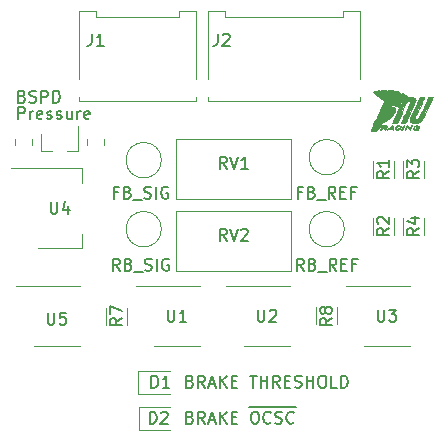
<source format=gbr>
G04 #@! TF.GenerationSoftware,KiCad,Pcbnew,(5.1.6)-1*
G04 #@! TF.CreationDate,2021-06-24T15:17:58+10:00*
G04 #@! TF.ProjectId,BSPD,42535044-2e6b-4696-9361-645f70636258,rev?*
G04 #@! TF.SameCoordinates,Original*
G04 #@! TF.FileFunction,Legend,Top*
G04 #@! TF.FilePolarity,Positive*
%FSLAX46Y46*%
G04 Gerber Fmt 4.6, Leading zero omitted, Abs format (unit mm)*
G04 Created by KiCad (PCBNEW (5.1.6)-1) date 2021-06-24 15:17:58*
%MOMM*%
%LPD*%
G01*
G04 APERTURE LIST*
%ADD10C,0.150000*%
%ADD11C,0.010000*%
%ADD12C,0.120000*%
G04 APERTURE END LIST*
D10*
X77010000Y-82875380D02*
X77010000Y-81875380D01*
X77390952Y-81875380D01*
X77486190Y-81923000D01*
X77533809Y-81970619D01*
X77581428Y-82065857D01*
X77581428Y-82208714D01*
X77533809Y-82303952D01*
X77486190Y-82351571D01*
X77390952Y-82399190D01*
X77010000Y-82399190D01*
X78010000Y-82875380D02*
X78010000Y-82208714D01*
X78010000Y-82399190D02*
X78057619Y-82303952D01*
X78105238Y-82256333D01*
X78200476Y-82208714D01*
X78295714Y-82208714D01*
X79010000Y-82827761D02*
X78914761Y-82875380D01*
X78724285Y-82875380D01*
X78629047Y-82827761D01*
X78581428Y-82732523D01*
X78581428Y-82351571D01*
X78629047Y-82256333D01*
X78724285Y-82208714D01*
X78914761Y-82208714D01*
X79010000Y-82256333D01*
X79057619Y-82351571D01*
X79057619Y-82446809D01*
X78581428Y-82542047D01*
X79438571Y-82827761D02*
X79533809Y-82875380D01*
X79724285Y-82875380D01*
X79819523Y-82827761D01*
X79867142Y-82732523D01*
X79867142Y-82684904D01*
X79819523Y-82589666D01*
X79724285Y-82542047D01*
X79581428Y-82542047D01*
X79486190Y-82494428D01*
X79438571Y-82399190D01*
X79438571Y-82351571D01*
X79486190Y-82256333D01*
X79581428Y-82208714D01*
X79724285Y-82208714D01*
X79819523Y-82256333D01*
X80248095Y-82827761D02*
X80343333Y-82875380D01*
X80533809Y-82875380D01*
X80629047Y-82827761D01*
X80676666Y-82732523D01*
X80676666Y-82684904D01*
X80629047Y-82589666D01*
X80533809Y-82542047D01*
X80390952Y-82542047D01*
X80295714Y-82494428D01*
X80248095Y-82399190D01*
X80248095Y-82351571D01*
X80295714Y-82256333D01*
X80390952Y-82208714D01*
X80533809Y-82208714D01*
X80629047Y-82256333D01*
X81533809Y-82208714D02*
X81533809Y-82875380D01*
X81105238Y-82208714D02*
X81105238Y-82732523D01*
X81152857Y-82827761D01*
X81248095Y-82875380D01*
X81390952Y-82875380D01*
X81486190Y-82827761D01*
X81533809Y-82780142D01*
X82010000Y-82875380D02*
X82010000Y-82208714D01*
X82010000Y-82399190D02*
X82057619Y-82303952D01*
X82105238Y-82256333D01*
X82200476Y-82208714D01*
X82295714Y-82208714D01*
X83010000Y-82827761D02*
X82914761Y-82875380D01*
X82724285Y-82875380D01*
X82629047Y-82827761D01*
X82581428Y-82732523D01*
X82581428Y-82351571D01*
X82629047Y-82256333D01*
X82724285Y-82208714D01*
X82914761Y-82208714D01*
X83010000Y-82256333D01*
X83057619Y-82351571D01*
X83057619Y-82446809D01*
X82581428Y-82542047D01*
X77335238Y-80954571D02*
X77478095Y-81002190D01*
X77525714Y-81049809D01*
X77573333Y-81145047D01*
X77573333Y-81287904D01*
X77525714Y-81383142D01*
X77478095Y-81430761D01*
X77382857Y-81478380D01*
X77001904Y-81478380D01*
X77001904Y-80478380D01*
X77335238Y-80478380D01*
X77430476Y-80526000D01*
X77478095Y-80573619D01*
X77525714Y-80668857D01*
X77525714Y-80764095D01*
X77478095Y-80859333D01*
X77430476Y-80906952D01*
X77335238Y-80954571D01*
X77001904Y-80954571D01*
X77954285Y-81430761D02*
X78097142Y-81478380D01*
X78335238Y-81478380D01*
X78430476Y-81430761D01*
X78478095Y-81383142D01*
X78525714Y-81287904D01*
X78525714Y-81192666D01*
X78478095Y-81097428D01*
X78430476Y-81049809D01*
X78335238Y-81002190D01*
X78144761Y-80954571D01*
X78049523Y-80906952D01*
X78001904Y-80859333D01*
X77954285Y-80764095D01*
X77954285Y-80668857D01*
X78001904Y-80573619D01*
X78049523Y-80526000D01*
X78144761Y-80478380D01*
X78382857Y-80478380D01*
X78525714Y-80526000D01*
X78954285Y-81478380D02*
X78954285Y-80478380D01*
X79335238Y-80478380D01*
X79430476Y-80526000D01*
X79478095Y-80573619D01*
X79525714Y-80668857D01*
X79525714Y-80811714D01*
X79478095Y-80906952D01*
X79430476Y-80954571D01*
X79335238Y-81002190D01*
X78954285Y-81002190D01*
X79954285Y-81478380D02*
X79954285Y-80478380D01*
X80192380Y-80478380D01*
X80335238Y-80526000D01*
X80430476Y-80621238D01*
X80478095Y-80716476D01*
X80525714Y-80906952D01*
X80525714Y-81049809D01*
X80478095Y-81240285D01*
X80430476Y-81335523D01*
X80335238Y-81430761D01*
X80192380Y-81478380D01*
X79954285Y-81478380D01*
D11*
G36*
X112070985Y-81003081D02*
G01*
X112110978Y-81012360D01*
X112115600Y-81018393D01*
X112105218Y-81044538D01*
X112075576Y-81111763D01*
X112028932Y-81215128D01*
X111967543Y-81349695D01*
X111893665Y-81510524D01*
X111809555Y-81692676D01*
X111717470Y-81891212D01*
X111677450Y-81977243D01*
X111557705Y-82233466D01*
X111456178Y-82447552D01*
X111370177Y-82623661D01*
X111297011Y-82765954D01*
X111233988Y-82878591D01*
X111178415Y-82965732D01*
X111127603Y-83031538D01*
X111078858Y-83080168D01*
X111029490Y-83115784D01*
X110976806Y-83142544D01*
X110918115Y-83164611D01*
X110906807Y-83168372D01*
X110764318Y-83203578D01*
X110612588Y-83222087D01*
X110473252Y-83221949D01*
X110409636Y-83213196D01*
X110281992Y-83168884D01*
X110194461Y-83099912D01*
X110149880Y-83010024D01*
X110151087Y-82902967D01*
X110157083Y-82879791D01*
X110173639Y-82837135D01*
X110209326Y-82754166D01*
X110261598Y-82636513D01*
X110327908Y-82489805D01*
X110405708Y-82319672D01*
X110492452Y-82131742D01*
X110585594Y-81931646D01*
X110599510Y-81901891D01*
X111015342Y-81013300D01*
X111197171Y-81005837D01*
X111301977Y-81004724D01*
X111361097Y-81012356D01*
X111379000Y-81028552D01*
X111368577Y-81057562D01*
X111338857Y-81127395D01*
X111292167Y-81232903D01*
X111230828Y-81368941D01*
X111157167Y-81530361D01*
X111073508Y-81712017D01*
X110982174Y-81908761D01*
X110959900Y-81956520D01*
X110867260Y-82155291D01*
X110781721Y-82339446D01*
X110705594Y-82503962D01*
X110641191Y-82643813D01*
X110590825Y-82753975D01*
X110556808Y-82829423D01*
X110541452Y-82865133D01*
X110540800Y-82867254D01*
X110563655Y-82874651D01*
X110622072Y-82879337D01*
X110667399Y-82880200D01*
X110756079Y-82873983D01*
X110818728Y-82849793D01*
X110867787Y-82810350D01*
X110903176Y-82762439D01*
X110957771Y-82667540D01*
X111031553Y-82525687D01*
X111124507Y-82336914D01*
X111236613Y-82101255D01*
X111329304Y-81902300D01*
X111418916Y-81709148D01*
X111502555Y-81529965D01*
X111577668Y-81370138D01*
X111641700Y-81235057D01*
X111692098Y-81130108D01*
X111726308Y-81060681D01*
X111741627Y-81032350D01*
X111774543Y-81018281D01*
X111838999Y-81007757D01*
X111919933Y-81001342D01*
X112002282Y-80999595D01*
X112070985Y-81003081D01*
G37*
X112070985Y-81003081D02*
X112110978Y-81012360D01*
X112115600Y-81018393D01*
X112105218Y-81044538D01*
X112075576Y-81111763D01*
X112028932Y-81215128D01*
X111967543Y-81349695D01*
X111893665Y-81510524D01*
X111809555Y-81692676D01*
X111717470Y-81891212D01*
X111677450Y-81977243D01*
X111557705Y-82233466D01*
X111456178Y-82447552D01*
X111370177Y-82623661D01*
X111297011Y-82765954D01*
X111233988Y-82878591D01*
X111178415Y-82965732D01*
X111127603Y-83031538D01*
X111078858Y-83080168D01*
X111029490Y-83115784D01*
X110976806Y-83142544D01*
X110918115Y-83164611D01*
X110906807Y-83168372D01*
X110764318Y-83203578D01*
X110612588Y-83222087D01*
X110473252Y-83221949D01*
X110409636Y-83213196D01*
X110281992Y-83168884D01*
X110194461Y-83099912D01*
X110149880Y-83010024D01*
X110151087Y-82902967D01*
X110157083Y-82879791D01*
X110173639Y-82837135D01*
X110209326Y-82754166D01*
X110261598Y-82636513D01*
X110327908Y-82489805D01*
X110405708Y-82319672D01*
X110492452Y-82131742D01*
X110585594Y-81931646D01*
X110599510Y-81901891D01*
X111015342Y-81013300D01*
X111197171Y-81005837D01*
X111301977Y-81004724D01*
X111361097Y-81012356D01*
X111379000Y-81028552D01*
X111368577Y-81057562D01*
X111338857Y-81127395D01*
X111292167Y-81232903D01*
X111230828Y-81368941D01*
X111157167Y-81530361D01*
X111073508Y-81712017D01*
X110982174Y-81908761D01*
X110959900Y-81956520D01*
X110867260Y-82155291D01*
X110781721Y-82339446D01*
X110705594Y-82503962D01*
X110641191Y-82643813D01*
X110590825Y-82753975D01*
X110556808Y-82829423D01*
X110541452Y-82865133D01*
X110540800Y-82867254D01*
X110563655Y-82874651D01*
X110622072Y-82879337D01*
X110667399Y-82880200D01*
X110756079Y-82873983D01*
X110818728Y-82849793D01*
X110867787Y-82810350D01*
X110903176Y-82762439D01*
X110957771Y-82667540D01*
X111031553Y-82525687D01*
X111124507Y-82336914D01*
X111236613Y-82101255D01*
X111329304Y-81902300D01*
X111418916Y-81709148D01*
X111502555Y-81529965D01*
X111577668Y-81370138D01*
X111641700Y-81235057D01*
X111692098Y-81130108D01*
X111726308Y-81060681D01*
X111741627Y-81032350D01*
X111774543Y-81018281D01*
X111838999Y-81007757D01*
X111919933Y-81001342D01*
X112002282Y-80999595D01*
X112070985Y-81003081D01*
G36*
X110378596Y-81025760D02*
G01*
X110503569Y-81061414D01*
X110587600Y-81123148D01*
X110632769Y-81212319D01*
X110642400Y-81296003D01*
X110632035Y-81329517D01*
X110602797Y-81402878D01*
X110557470Y-81509980D01*
X110498838Y-81644717D01*
X110429685Y-81800985D01*
X110352794Y-81972676D01*
X110270950Y-82153687D01*
X110186937Y-82337911D01*
X110103538Y-82519242D01*
X110023538Y-82691575D01*
X109949721Y-82848805D01*
X109884870Y-82984826D01*
X109831769Y-83093532D01*
X109793203Y-83168818D01*
X109772386Y-83204050D01*
X109739004Y-83218345D01*
X109674299Y-83228864D01*
X109593291Y-83235095D01*
X109511002Y-83236531D01*
X109442450Y-83232660D01*
X109402658Y-83222973D01*
X109398129Y-83216750D01*
X109408615Y-83190294D01*
X109438390Y-83122871D01*
X109485155Y-83019499D01*
X109546611Y-82885195D01*
X109620459Y-82724978D01*
X109704400Y-82543864D01*
X109796136Y-82346872D01*
X109825827Y-82283300D01*
X110253195Y-81368900D01*
X110125648Y-81361061D01*
X110025581Y-81363251D01*
X109954857Y-81387153D01*
X109935327Y-81400091D01*
X109905728Y-81437118D01*
X109858011Y-81517781D01*
X109791864Y-81642695D01*
X109706971Y-81812476D01*
X109603020Y-82027738D01*
X109479696Y-82289097D01*
X109458240Y-82335030D01*
X109043929Y-83223100D01*
X108850076Y-83230563D01*
X108756506Y-83231421D01*
X108691394Y-83226543D01*
X108664973Y-83216803D01*
X108665062Y-83214737D01*
X108677417Y-83187392D01*
X108709018Y-83119008D01*
X108757551Y-83014548D01*
X108820704Y-82878972D01*
X108896167Y-82717242D01*
X108981625Y-82534319D01*
X109074769Y-82335164D01*
X109116566Y-82245861D01*
X109251812Y-81959344D01*
X109367538Y-81719291D01*
X109463707Y-81525771D01*
X109540284Y-81378856D01*
X109597232Y-81278615D01*
X109634516Y-81225121D01*
X109637112Y-81222395D01*
X109780207Y-81114214D01*
X109954007Y-81045565D01*
X110159470Y-81016100D01*
X110210600Y-81014833D01*
X110378596Y-81025760D01*
G37*
X110378596Y-81025760D02*
X110503569Y-81061414D01*
X110587600Y-81123148D01*
X110632769Y-81212319D01*
X110642400Y-81296003D01*
X110632035Y-81329517D01*
X110602797Y-81402878D01*
X110557470Y-81509980D01*
X110498838Y-81644717D01*
X110429685Y-81800985D01*
X110352794Y-81972676D01*
X110270950Y-82153687D01*
X110186937Y-82337911D01*
X110103538Y-82519242D01*
X110023538Y-82691575D01*
X109949721Y-82848805D01*
X109884870Y-82984826D01*
X109831769Y-83093532D01*
X109793203Y-83168818D01*
X109772386Y-83204050D01*
X109739004Y-83218345D01*
X109674299Y-83228864D01*
X109593291Y-83235095D01*
X109511002Y-83236531D01*
X109442450Y-83232660D01*
X109402658Y-83222973D01*
X109398129Y-83216750D01*
X109408615Y-83190294D01*
X109438390Y-83122871D01*
X109485155Y-83019499D01*
X109546611Y-82885195D01*
X109620459Y-82724978D01*
X109704400Y-82543864D01*
X109796136Y-82346872D01*
X109825827Y-82283300D01*
X110253195Y-81368900D01*
X110125648Y-81361061D01*
X110025581Y-81363251D01*
X109954857Y-81387153D01*
X109935327Y-81400091D01*
X109905728Y-81437118D01*
X109858011Y-81517781D01*
X109791864Y-81642695D01*
X109706971Y-81812476D01*
X109603020Y-82027738D01*
X109479696Y-82289097D01*
X109458240Y-82335030D01*
X109043929Y-83223100D01*
X108850076Y-83230563D01*
X108756506Y-83231421D01*
X108691394Y-83226543D01*
X108664973Y-83216803D01*
X108665062Y-83214737D01*
X108677417Y-83187392D01*
X108709018Y-83119008D01*
X108757551Y-83014548D01*
X108820704Y-82878972D01*
X108896167Y-82717242D01*
X108981625Y-82534319D01*
X109074769Y-82335164D01*
X109116566Y-82245861D01*
X109251812Y-81959344D01*
X109367538Y-81719291D01*
X109463707Y-81525771D01*
X109540284Y-81378856D01*
X109597232Y-81278615D01*
X109634516Y-81225121D01*
X109637112Y-81222395D01*
X109780207Y-81114214D01*
X109954007Y-81045565D01*
X110159470Y-81016100D01*
X110210600Y-81014833D01*
X110378596Y-81025760D01*
G36*
X110775875Y-83418845D02*
G01*
X110875077Y-83425178D01*
X110933553Y-83435922D01*
X110961341Y-83453678D01*
X110967399Y-83468445D01*
X110966051Y-83489037D01*
X110945849Y-83500126D01*
X110897312Y-83503066D01*
X110810958Y-83499214D01*
X110770818Y-83496565D01*
X110676227Y-83491590D01*
X110604806Y-83490705D01*
X110568475Y-83493956D01*
X110566200Y-83495768D01*
X110557283Y-83525555D01*
X110535132Y-83583106D01*
X110527759Y-83600998D01*
X110489318Y-83693000D01*
X110642059Y-83693000D01*
X110730662Y-83690085D01*
X110778282Y-83679751D01*
X110794482Y-83659611D01*
X110794800Y-83654900D01*
X110772719Y-83624257D01*
X110731300Y-83616800D01*
X110683565Y-83608105D01*
X110667800Y-83591400D01*
X110690644Y-83576910D01*
X110749052Y-83567714D01*
X110794800Y-83566000D01*
X110867237Y-83569427D01*
X110913176Y-83578190D01*
X110921705Y-83585050D01*
X110909510Y-83617320D01*
X110879481Y-83672943D01*
X110871278Y-83686650D01*
X110820946Y-83769200D01*
X110604673Y-83769200D01*
X110494314Y-83767242D01*
X110426828Y-83760529D01*
X110394410Y-83747803D01*
X110388400Y-83734328D01*
X110401293Y-83674867D01*
X110433634Y-83596934D01*
X110475909Y-83518836D01*
X110518608Y-83458881D01*
X110542233Y-83438232D01*
X110591923Y-83425836D01*
X110674640Y-83418845D01*
X110772767Y-83418723D01*
X110775875Y-83418845D01*
G37*
X110775875Y-83418845D02*
X110875077Y-83425178D01*
X110933553Y-83435922D01*
X110961341Y-83453678D01*
X110967399Y-83468445D01*
X110966051Y-83489037D01*
X110945849Y-83500126D01*
X110897312Y-83503066D01*
X110810958Y-83499214D01*
X110770818Y-83496565D01*
X110676227Y-83491590D01*
X110604806Y-83490705D01*
X110568475Y-83493956D01*
X110566200Y-83495768D01*
X110557283Y-83525555D01*
X110535132Y-83583106D01*
X110527759Y-83600998D01*
X110489318Y-83693000D01*
X110642059Y-83693000D01*
X110730662Y-83690085D01*
X110778282Y-83679751D01*
X110794482Y-83659611D01*
X110794800Y-83654900D01*
X110772719Y-83624257D01*
X110731300Y-83616800D01*
X110683565Y-83608105D01*
X110667800Y-83591400D01*
X110690644Y-83576910D01*
X110749052Y-83567714D01*
X110794800Y-83566000D01*
X110867237Y-83569427D01*
X110913176Y-83578190D01*
X110921705Y-83585050D01*
X110909510Y-83617320D01*
X110879481Y-83672943D01*
X110871278Y-83686650D01*
X110820946Y-83769200D01*
X110604673Y-83769200D01*
X110494314Y-83767242D01*
X110426828Y-83760529D01*
X110394410Y-83747803D01*
X110388400Y-83734328D01*
X110401293Y-83674867D01*
X110433634Y-83596934D01*
X110475909Y-83518836D01*
X110518608Y-83458881D01*
X110542233Y-83438232D01*
X110591923Y-83425836D01*
X110674640Y-83418845D01*
X110772767Y-83418723D01*
X110775875Y-83418845D01*
G36*
X110337515Y-83435824D02*
G01*
X110337600Y-83439724D01*
X110325668Y-83484904D01*
X110295201Y-83552573D01*
X110254189Y-83628778D01*
X110210622Y-83699567D01*
X110172493Y-83750988D01*
X110148893Y-83769200D01*
X110114264Y-83751294D01*
X110060442Y-83704802D01*
X110010465Y-83652354D01*
X109907613Y-83535508D01*
X109850845Y-83652354D01*
X109810834Y-83719345D01*
X109771533Y-83761412D01*
X109741192Y-83772459D01*
X109728061Y-83746396D01*
X109728000Y-83743075D01*
X109738805Y-83706099D01*
X109766344Y-83643170D01*
X109803300Y-83568391D01*
X109842356Y-83495863D01*
X109876196Y-83439688D01*
X109897502Y-83413971D01*
X109898943Y-83413600D01*
X109924797Y-83430141D01*
X109975159Y-83473428D01*
X110036727Y-83531768D01*
X110156700Y-83649937D01*
X110214111Y-83531768D01*
X110254312Y-83464253D01*
X110293714Y-83421706D01*
X110324166Y-83410204D01*
X110337515Y-83435824D01*
G37*
X110337515Y-83435824D02*
X110337600Y-83439724D01*
X110325668Y-83484904D01*
X110295201Y-83552573D01*
X110254189Y-83628778D01*
X110210622Y-83699567D01*
X110172493Y-83750988D01*
X110148893Y-83769200D01*
X110114264Y-83751294D01*
X110060442Y-83704802D01*
X110010465Y-83652354D01*
X109907613Y-83535508D01*
X109850845Y-83652354D01*
X109810834Y-83719345D01*
X109771533Y-83761412D01*
X109741192Y-83772459D01*
X109728061Y-83746396D01*
X109728000Y-83743075D01*
X109738805Y-83706099D01*
X109766344Y-83643170D01*
X109803300Y-83568391D01*
X109842356Y-83495863D01*
X109876196Y-83439688D01*
X109897502Y-83413971D01*
X109898943Y-83413600D01*
X109924797Y-83430141D01*
X109975159Y-83473428D01*
X110036727Y-83531768D01*
X110156700Y-83649937D01*
X110214111Y-83531768D01*
X110254312Y-83464253D01*
X110293714Y-83421706D01*
X110324166Y-83410204D01*
X110337515Y-83435824D01*
G36*
X109679460Y-83418003D02*
G01*
X109684040Y-83438038D01*
X109669236Y-83483940D01*
X109636438Y-83559650D01*
X109599898Y-83641493D01*
X109571009Y-83706913D01*
X109557841Y-83737450D01*
X109531463Y-83758719D01*
X109489054Y-83769887D01*
X109454971Y-83766598D01*
X109448600Y-83756980D01*
X109459035Y-83729860D01*
X109486547Y-83669719D01*
X109525445Y-83588949D01*
X109530251Y-83579180D01*
X109587547Y-83476341D01*
X109633916Y-83422543D01*
X109656931Y-83413600D01*
X109679460Y-83418003D01*
G37*
X109679460Y-83418003D02*
X109684040Y-83438038D01*
X109669236Y-83483940D01*
X109636438Y-83559650D01*
X109599898Y-83641493D01*
X109571009Y-83706913D01*
X109557841Y-83737450D01*
X109531463Y-83758719D01*
X109489054Y-83769887D01*
X109454971Y-83766598D01*
X109448600Y-83756980D01*
X109459035Y-83729860D01*
X109486547Y-83669719D01*
X109525445Y-83588949D01*
X109530251Y-83579180D01*
X109587547Y-83476341D01*
X109633916Y-83422543D01*
X109656931Y-83413600D01*
X109679460Y-83418003D01*
G36*
X109259158Y-83418524D02*
G01*
X109344264Y-83425024D01*
X109390094Y-83436338D01*
X109408172Y-83456928D01*
X109410500Y-83477100D01*
X109390035Y-83522128D01*
X109350530Y-83536386D01*
X109308843Y-83534511D01*
X109307579Y-83517336D01*
X109296897Y-83499244D01*
X109236518Y-83490613D01*
X109196751Y-83489800D01*
X109118274Y-83492888D01*
X109072904Y-83507424D01*
X109043068Y-83541309D01*
X109030152Y-83564738D01*
X109003312Y-83624114D01*
X108991432Y-83665186D01*
X108991400Y-83666338D01*
X109013199Y-83684783D01*
X109066900Y-83692285D01*
X109134960Y-83689549D01*
X109199834Y-83677281D01*
X109243977Y-83656187D01*
X109243980Y-83656184D01*
X109292742Y-83630520D01*
X109322664Y-83644288D01*
X109321695Y-83686577D01*
X109307068Y-83713307D01*
X109280428Y-83742612D01*
X109242951Y-83759523D01*
X109181419Y-83767299D01*
X109082614Y-83769199D01*
X109080358Y-83769200D01*
X108987641Y-83766337D01*
X108916326Y-83758785D01*
X108880194Y-83748091D01*
X108878788Y-83746532D01*
X108880921Y-83712988D01*
X108900621Y-83648745D01*
X108927488Y-83582066D01*
X108967830Y-83500868D01*
X109010044Y-83450098D01*
X109066535Y-83423640D01*
X109149706Y-83415378D01*
X109259158Y-83418524D01*
G37*
X109259158Y-83418524D02*
X109344264Y-83425024D01*
X109390094Y-83436338D01*
X109408172Y-83456928D01*
X109410500Y-83477100D01*
X109390035Y-83522128D01*
X109350530Y-83536386D01*
X109308843Y-83534511D01*
X109307579Y-83517336D01*
X109296897Y-83499244D01*
X109236518Y-83490613D01*
X109196751Y-83489800D01*
X109118274Y-83492888D01*
X109072904Y-83507424D01*
X109043068Y-83541309D01*
X109030152Y-83564738D01*
X109003312Y-83624114D01*
X108991432Y-83665186D01*
X108991400Y-83666338D01*
X109013199Y-83684783D01*
X109066900Y-83692285D01*
X109134960Y-83689549D01*
X109199834Y-83677281D01*
X109243977Y-83656187D01*
X109243980Y-83656184D01*
X109292742Y-83630520D01*
X109322664Y-83644288D01*
X109321695Y-83686577D01*
X109307068Y-83713307D01*
X109280428Y-83742612D01*
X109242951Y-83759523D01*
X109181419Y-83767299D01*
X109082614Y-83769199D01*
X109080358Y-83769200D01*
X108987641Y-83766337D01*
X108916326Y-83758785D01*
X108880194Y-83748091D01*
X108878788Y-83746532D01*
X108880921Y-83712988D01*
X108900621Y-83648745D01*
X108927488Y-83582066D01*
X108967830Y-83500868D01*
X109010044Y-83450098D01*
X109066535Y-83423640D01*
X109149706Y-83415378D01*
X109259158Y-83418524D01*
G36*
X108672179Y-83432835D02*
G01*
X108697510Y-83494088D01*
X108713182Y-83558998D01*
X108731687Y-83643647D01*
X108747889Y-83710108D01*
X108755801Y-83736798D01*
X108746302Y-83763101D01*
X108713920Y-83769200D01*
X108663925Y-83753426D01*
X108644985Y-83731100D01*
X108616284Y-83706152D01*
X108549742Y-83694483D01*
X108496492Y-83693000D01*
X108393124Y-83701645D01*
X108334693Y-83727135D01*
X108331000Y-83731100D01*
X108280777Y-83762313D01*
X108245339Y-83768286D01*
X108212091Y-83765201D01*
X108213753Y-83750991D01*
X108252519Y-83715689D01*
X108257904Y-83711136D01*
X108311421Y-83665527D01*
X108368143Y-83616800D01*
X108474544Y-83616800D01*
X108542472Y-83616800D01*
X108593013Y-83607832D01*
X108609713Y-83571446D01*
X108610400Y-83553300D01*
X108607559Y-83505504D01*
X108602127Y-83489800D01*
X108581076Y-83506302D01*
X108540452Y-83546692D01*
X108534200Y-83553300D01*
X108474544Y-83616800D01*
X108368143Y-83616800D01*
X108386631Y-83600919D01*
X108463842Y-83534250D01*
X108537767Y-83474760D01*
X108601282Y-83431665D01*
X108641419Y-83413691D01*
X108643087Y-83413600D01*
X108672179Y-83432835D01*
G37*
X108672179Y-83432835D02*
X108697510Y-83494088D01*
X108713182Y-83558998D01*
X108731687Y-83643647D01*
X108747889Y-83710108D01*
X108755801Y-83736798D01*
X108746302Y-83763101D01*
X108713920Y-83769200D01*
X108663925Y-83753426D01*
X108644985Y-83731100D01*
X108616284Y-83706152D01*
X108549742Y-83694483D01*
X108496492Y-83693000D01*
X108393124Y-83701645D01*
X108334693Y-83727135D01*
X108331000Y-83731100D01*
X108280777Y-83762313D01*
X108245339Y-83768286D01*
X108212091Y-83765201D01*
X108213753Y-83750991D01*
X108252519Y-83715689D01*
X108257904Y-83711136D01*
X108311421Y-83665527D01*
X108368143Y-83616800D01*
X108474544Y-83616800D01*
X108542472Y-83616800D01*
X108593013Y-83607832D01*
X108609713Y-83571446D01*
X108610400Y-83553300D01*
X108607559Y-83505504D01*
X108602127Y-83489800D01*
X108581076Y-83506302D01*
X108540452Y-83546692D01*
X108534200Y-83553300D01*
X108474544Y-83616800D01*
X108368143Y-83616800D01*
X108386631Y-83600919D01*
X108463842Y-83534250D01*
X108537767Y-83474760D01*
X108601282Y-83431665D01*
X108641419Y-83413691D01*
X108643087Y-83413600D01*
X108672179Y-83432835D01*
G36*
X108107155Y-83417000D02*
G01*
X108179682Y-83426026D01*
X108216357Y-83438917D01*
X108217592Y-83440443D01*
X108227017Y-83498488D01*
X108200848Y-83562729D01*
X108148061Y-83614988D01*
X108125536Y-83626843D01*
X108076298Y-83651341D01*
X108068924Y-83671559D01*
X108088321Y-83691855D01*
X108124327Y-83734685D01*
X108112708Y-83761396D01*
X108064885Y-83769200D01*
X107997772Y-83745615D01*
X107960364Y-83705700D01*
X107915162Y-83659744D01*
X107870334Y-83642200D01*
X107824235Y-83663525D01*
X107792978Y-83705700D01*
X107756064Y-83752787D01*
X107717322Y-83769200D01*
X107678236Y-83765031D01*
X107670600Y-83760013D01*
X107680315Y-83734118D01*
X107705940Y-83674336D01*
X107742194Y-83592946D01*
X107747052Y-83582213D01*
X107760727Y-83552053D01*
X107862928Y-83552053D01*
X107889166Y-83562198D01*
X107952842Y-83562396D01*
X107980045Y-83560967D01*
X108061020Y-83550504D01*
X108111777Y-83532365D01*
X108121570Y-83521550D01*
X108108149Y-83500333D01*
X108061256Y-83489263D01*
X107997092Y-83487859D01*
X107931859Y-83495636D01*
X107881761Y-83512113D01*
X107864109Y-83529217D01*
X107862928Y-83552053D01*
X107760727Y-83552053D01*
X107823505Y-83413600D01*
X108012253Y-83413600D01*
X108107155Y-83417000D01*
G37*
X108107155Y-83417000D02*
X108179682Y-83426026D01*
X108216357Y-83438917D01*
X108217592Y-83440443D01*
X108227017Y-83498488D01*
X108200848Y-83562729D01*
X108148061Y-83614988D01*
X108125536Y-83626843D01*
X108076298Y-83651341D01*
X108068924Y-83671559D01*
X108088321Y-83691855D01*
X108124327Y-83734685D01*
X108112708Y-83761396D01*
X108064885Y-83769200D01*
X107997772Y-83745615D01*
X107960364Y-83705700D01*
X107915162Y-83659744D01*
X107870334Y-83642200D01*
X107824235Y-83663525D01*
X107792978Y-83705700D01*
X107756064Y-83752787D01*
X107717322Y-83769200D01*
X107678236Y-83765031D01*
X107670600Y-83760013D01*
X107680315Y-83734118D01*
X107705940Y-83674336D01*
X107742194Y-83592946D01*
X107747052Y-83582213D01*
X107760727Y-83552053D01*
X107862928Y-83552053D01*
X107889166Y-83562198D01*
X107952842Y-83562396D01*
X107980045Y-83560967D01*
X108061020Y-83550504D01*
X108111777Y-83532365D01*
X108121570Y-83521550D01*
X108108149Y-83500333D01*
X108061256Y-83489263D01*
X107997092Y-83487859D01*
X107931859Y-83495636D01*
X107881761Y-83512113D01*
X107864109Y-83529217D01*
X107862928Y-83552053D01*
X107760727Y-83552053D01*
X107823505Y-83413600D01*
X108012253Y-83413600D01*
X108107155Y-83417000D01*
G36*
X107943679Y-80396393D02*
G01*
X108161501Y-80403700D01*
X108191438Y-80492600D01*
X108221374Y-80581500D01*
X108255889Y-80486249D01*
X108280576Y-80427684D01*
X108310279Y-80400194D01*
X108363129Y-80392448D01*
X108405952Y-80392463D01*
X108505251Y-80397724D01*
X108604300Y-80408876D01*
X108622358Y-80411824D01*
X108685713Y-80426950D01*
X108719250Y-80453489D01*
X108738207Y-80507549D01*
X108745400Y-80541899D01*
X108767584Y-80654078D01*
X108820984Y-80560639D01*
X108853329Y-80509642D01*
X108886153Y-80481477D01*
X108930902Y-80474817D01*
X108999021Y-80488337D01*
X109101957Y-80520713D01*
X109118400Y-80526206D01*
X109283500Y-80581500D01*
X109291476Y-80692855D01*
X109299453Y-80804211D01*
X109380846Y-80725323D01*
X109462238Y-80646434D01*
X109696719Y-80776907D01*
X109792994Y-80831906D01*
X109870110Y-80878680D01*
X109918835Y-80911457D01*
X109931200Y-80923487D01*
X109909753Y-80941400D01*
X109856281Y-80966316D01*
X109836040Y-80974004D01*
X109772513Y-81008907D01*
X109690545Y-81070259D01*
X109605334Y-81146444D01*
X109588390Y-81163301D01*
X109513470Y-81244500D01*
X109452719Y-81324882D01*
X109397100Y-81418686D01*
X109337574Y-81540150D01*
X109308900Y-81603590D01*
X109255563Y-81722080D01*
X109217958Y-81800111D01*
X109191739Y-81843887D01*
X109172565Y-81859615D01*
X109156092Y-81853500D01*
X109143800Y-81839491D01*
X109063313Y-81773945D01*
X108946256Y-81731883D01*
X108801730Y-81714542D01*
X108638836Y-81723162D01*
X108495086Y-81751209D01*
X108416195Y-81774371D01*
X108354751Y-81796970D01*
X108317956Y-81815227D01*
X108313010Y-81825364D01*
X108347116Y-81823603D01*
X108362199Y-81820935D01*
X108416694Y-81818651D01*
X108503317Y-81823497D01*
X108604058Y-81834423D01*
X108611775Y-81835471D01*
X108715399Y-81852425D01*
X108783904Y-81872588D01*
X108832878Y-81902221D01*
X108870749Y-81939482D01*
X108922482Y-82018766D01*
X108938178Y-82107034D01*
X108917670Y-82213151D01*
X108863147Y-82341282D01*
X108771824Y-82483697D01*
X108640266Y-82632145D01*
X108477080Y-82778696D01*
X108290875Y-82915419D01*
X108140468Y-83007200D01*
X107923275Y-83142722D01*
X107750707Y-83283492D01*
X107616594Y-83435522D01*
X107514765Y-83604827D01*
X107503954Y-83627602D01*
X107455101Y-83727461D01*
X107414808Y-83791497D01*
X107373810Y-83831454D01*
X107322841Y-83859081D01*
X107320592Y-83860042D01*
X107204287Y-83896156D01*
X107083187Y-83912096D01*
X106974707Y-83906857D01*
X106903872Y-83884132D01*
X106835645Y-83845478D01*
X106905716Y-83694183D01*
X107040768Y-83694183D01*
X107050398Y-83755813D01*
X107050618Y-83756693D01*
X107065359Y-83801717D01*
X107080232Y-83801872D01*
X107091960Y-83783761D01*
X107099053Y-83728308D01*
X107084786Y-83703756D01*
X107052579Y-83676292D01*
X107040768Y-83694183D01*
X106905716Y-83694183D01*
X106932715Y-83635889D01*
X106964018Y-83568538D01*
X107014101Y-83461081D01*
X107080207Y-83319419D01*
X107159579Y-83149455D01*
X107249460Y-82957090D01*
X107347095Y-82748226D01*
X107449726Y-82528766D01*
X107515609Y-82387931D01*
X107610089Y-82185508D01*
X107848400Y-82185508D01*
X107866107Y-82178884D01*
X107911526Y-82147685D01*
X107950000Y-82118200D01*
X108008175Y-82066689D01*
X108044769Y-82023826D01*
X108051253Y-82008115D01*
X108043286Y-81950179D01*
X108025522Y-81895581D01*
X108005312Y-81865448D01*
X108001157Y-81864200D01*
X107984265Y-81885218D01*
X107954729Y-81938576D01*
X107919463Y-82009731D01*
X107885382Y-82084140D01*
X107859399Y-82147258D01*
X107848430Y-82184542D01*
X107848400Y-82185508D01*
X107610089Y-82185508D01*
X107632441Y-82137620D01*
X107728930Y-81929322D01*
X107806676Y-81759236D01*
X107867278Y-81623558D01*
X107912334Y-81518484D01*
X107943444Y-81440212D01*
X107962206Y-81384939D01*
X107970220Y-81348862D01*
X107969084Y-81328176D01*
X107964129Y-81321131D01*
X107791476Y-81188583D01*
X107625811Y-81059598D01*
X107546967Y-80997329D01*
X108408624Y-80997329D01*
X108415286Y-81083382D01*
X108428817Y-81154084D01*
X108433310Y-81167569D01*
X108455490Y-81212353D01*
X108472121Y-81223545D01*
X108473249Y-81193383D01*
X108458710Y-81142169D01*
X108441236Y-81074736D01*
X108433671Y-81001181D01*
X108436188Y-80938109D01*
X108448963Y-80902125D01*
X108456150Y-80899000D01*
X108484989Y-80916879D01*
X108532034Y-80962392D01*
X108560382Y-80994250D01*
X108604221Y-81042933D01*
X108619280Y-81051128D01*
X108609844Y-81026000D01*
X108565993Y-80949172D01*
X108516328Y-80880087D01*
X108470149Y-80829915D01*
X108436755Y-80809825D01*
X108430944Y-80811123D01*
X108416344Y-80844794D01*
X108408941Y-80912331D01*
X108408624Y-80997329D01*
X107546967Y-80997329D01*
X107471675Y-80937866D01*
X107333610Y-80827081D01*
X107216155Y-80730933D01*
X107123854Y-80653113D01*
X107061247Y-80597314D01*
X107032876Y-80567227D01*
X107031942Y-80563375D01*
X107062430Y-80550132D01*
X107131124Y-80528819D01*
X107226724Y-80502763D01*
X107302644Y-80483714D01*
X107556300Y-80422176D01*
X107610614Y-80510350D01*
X107647812Y-80563885D01*
X107672532Y-80574458D01*
X107691486Y-80539465D01*
X107707941Y-80472593D01*
X107725856Y-80389087D01*
X107943679Y-80396393D01*
G37*
X107943679Y-80396393D02*
X108161501Y-80403700D01*
X108191438Y-80492600D01*
X108221374Y-80581500D01*
X108255889Y-80486249D01*
X108280576Y-80427684D01*
X108310279Y-80400194D01*
X108363129Y-80392448D01*
X108405952Y-80392463D01*
X108505251Y-80397724D01*
X108604300Y-80408876D01*
X108622358Y-80411824D01*
X108685713Y-80426950D01*
X108719250Y-80453489D01*
X108738207Y-80507549D01*
X108745400Y-80541899D01*
X108767584Y-80654078D01*
X108820984Y-80560639D01*
X108853329Y-80509642D01*
X108886153Y-80481477D01*
X108930902Y-80474817D01*
X108999021Y-80488337D01*
X109101957Y-80520713D01*
X109118400Y-80526206D01*
X109283500Y-80581500D01*
X109291476Y-80692855D01*
X109299453Y-80804211D01*
X109380846Y-80725323D01*
X109462238Y-80646434D01*
X109696719Y-80776907D01*
X109792994Y-80831906D01*
X109870110Y-80878680D01*
X109918835Y-80911457D01*
X109931200Y-80923487D01*
X109909753Y-80941400D01*
X109856281Y-80966316D01*
X109836040Y-80974004D01*
X109772513Y-81008907D01*
X109690545Y-81070259D01*
X109605334Y-81146444D01*
X109588390Y-81163301D01*
X109513470Y-81244500D01*
X109452719Y-81324882D01*
X109397100Y-81418686D01*
X109337574Y-81540150D01*
X109308900Y-81603590D01*
X109255563Y-81722080D01*
X109217958Y-81800111D01*
X109191739Y-81843887D01*
X109172565Y-81859615D01*
X109156092Y-81853500D01*
X109143800Y-81839491D01*
X109063313Y-81773945D01*
X108946256Y-81731883D01*
X108801730Y-81714542D01*
X108638836Y-81723162D01*
X108495086Y-81751209D01*
X108416195Y-81774371D01*
X108354751Y-81796970D01*
X108317956Y-81815227D01*
X108313010Y-81825364D01*
X108347116Y-81823603D01*
X108362199Y-81820935D01*
X108416694Y-81818651D01*
X108503317Y-81823497D01*
X108604058Y-81834423D01*
X108611775Y-81835471D01*
X108715399Y-81852425D01*
X108783904Y-81872588D01*
X108832878Y-81902221D01*
X108870749Y-81939482D01*
X108922482Y-82018766D01*
X108938178Y-82107034D01*
X108917670Y-82213151D01*
X108863147Y-82341282D01*
X108771824Y-82483697D01*
X108640266Y-82632145D01*
X108477080Y-82778696D01*
X108290875Y-82915419D01*
X108140468Y-83007200D01*
X107923275Y-83142722D01*
X107750707Y-83283492D01*
X107616594Y-83435522D01*
X107514765Y-83604827D01*
X107503954Y-83627602D01*
X107455101Y-83727461D01*
X107414808Y-83791497D01*
X107373810Y-83831454D01*
X107322841Y-83859081D01*
X107320592Y-83860042D01*
X107204287Y-83896156D01*
X107083187Y-83912096D01*
X106974707Y-83906857D01*
X106903872Y-83884132D01*
X106835645Y-83845478D01*
X106905716Y-83694183D01*
X107040768Y-83694183D01*
X107050398Y-83755813D01*
X107050618Y-83756693D01*
X107065359Y-83801717D01*
X107080232Y-83801872D01*
X107091960Y-83783761D01*
X107099053Y-83728308D01*
X107084786Y-83703756D01*
X107052579Y-83676292D01*
X107040768Y-83694183D01*
X106905716Y-83694183D01*
X106932715Y-83635889D01*
X106964018Y-83568538D01*
X107014101Y-83461081D01*
X107080207Y-83319419D01*
X107159579Y-83149455D01*
X107249460Y-82957090D01*
X107347095Y-82748226D01*
X107449726Y-82528766D01*
X107515609Y-82387931D01*
X107610089Y-82185508D01*
X107848400Y-82185508D01*
X107866107Y-82178884D01*
X107911526Y-82147685D01*
X107950000Y-82118200D01*
X108008175Y-82066689D01*
X108044769Y-82023826D01*
X108051253Y-82008115D01*
X108043286Y-81950179D01*
X108025522Y-81895581D01*
X108005312Y-81865448D01*
X108001157Y-81864200D01*
X107984265Y-81885218D01*
X107954729Y-81938576D01*
X107919463Y-82009731D01*
X107885382Y-82084140D01*
X107859399Y-82147258D01*
X107848430Y-82184542D01*
X107848400Y-82185508D01*
X107610089Y-82185508D01*
X107632441Y-82137620D01*
X107728930Y-81929322D01*
X107806676Y-81759236D01*
X107867278Y-81623558D01*
X107912334Y-81518484D01*
X107943444Y-81440212D01*
X107962206Y-81384939D01*
X107970220Y-81348862D01*
X107969084Y-81328176D01*
X107964129Y-81321131D01*
X107791476Y-81188583D01*
X107625811Y-81059598D01*
X107546967Y-80997329D01*
X108408624Y-80997329D01*
X108415286Y-81083382D01*
X108428817Y-81154084D01*
X108433310Y-81167569D01*
X108455490Y-81212353D01*
X108472121Y-81223545D01*
X108473249Y-81193383D01*
X108458710Y-81142169D01*
X108441236Y-81074736D01*
X108433671Y-81001181D01*
X108436188Y-80938109D01*
X108448963Y-80902125D01*
X108456150Y-80899000D01*
X108484989Y-80916879D01*
X108532034Y-80962392D01*
X108560382Y-80994250D01*
X108604221Y-81042933D01*
X108619280Y-81051128D01*
X108609844Y-81026000D01*
X108565993Y-80949172D01*
X108516328Y-80880087D01*
X108470149Y-80829915D01*
X108436755Y-80809825D01*
X108430944Y-80811123D01*
X108416344Y-80844794D01*
X108408941Y-80912331D01*
X108408624Y-80997329D01*
X107546967Y-80997329D01*
X107471675Y-80937866D01*
X107333610Y-80827081D01*
X107216155Y-80730933D01*
X107123854Y-80653113D01*
X107061247Y-80597314D01*
X107032876Y-80567227D01*
X107031942Y-80563375D01*
X107062430Y-80550132D01*
X107131124Y-80528819D01*
X107226724Y-80502763D01*
X107302644Y-80483714D01*
X107556300Y-80422176D01*
X107610614Y-80510350D01*
X107647812Y-80563885D01*
X107672532Y-80574458D01*
X107691486Y-80539465D01*
X107707941Y-80472593D01*
X107725856Y-80389087D01*
X107943679Y-80396393D01*
D12*
X80264000Y-97008000D02*
X76814000Y-97008000D01*
X80264000Y-97008000D02*
X82214000Y-97008000D01*
X80264000Y-102128000D02*
X78314000Y-102128000D01*
X80264000Y-102128000D02*
X82214000Y-102128000D01*
X76418000Y-87014000D02*
X82428000Y-87014000D01*
X78668000Y-93834000D02*
X82428000Y-93834000D01*
X82428000Y-87014000D02*
X82428000Y-88274000D01*
X82428000Y-93834000D02*
X82428000Y-92574000D01*
X108204000Y-97008000D02*
X104754000Y-97008000D01*
X108204000Y-97008000D02*
X110154000Y-97008000D01*
X108204000Y-102128000D02*
X106254000Y-102128000D01*
X108204000Y-102128000D02*
X110154000Y-102128000D01*
X98044000Y-97008000D02*
X94594000Y-97008000D01*
X98044000Y-97008000D02*
X99994000Y-97008000D01*
X98044000Y-102128000D02*
X96094000Y-102128000D01*
X98044000Y-102128000D02*
X99994000Y-102128000D01*
X90424000Y-97008000D02*
X86974000Y-97008000D01*
X90424000Y-97008000D02*
X92374000Y-97008000D01*
X90424000Y-102128000D02*
X88474000Y-102128000D01*
X90424000Y-102128000D02*
X92374000Y-102128000D01*
X104624000Y-92202000D02*
G75*
G03*
X104624000Y-92202000I-1500000J0D01*
G01*
X104624000Y-86106000D02*
G75*
G03*
X104624000Y-86106000I-1500000J0D01*
G01*
X89130000Y-92202000D02*
G75*
G03*
X89130000Y-92202000I-1500000J0D01*
G01*
X89130000Y-86360000D02*
G75*
G03*
X89130000Y-86360000I-1500000J0D01*
G01*
X100135000Y-90688000D02*
X100135000Y-95758000D01*
X90365000Y-90688000D02*
X90365000Y-95758000D01*
X90365000Y-95758000D02*
X100135000Y-95758000D01*
X90365000Y-90688000D02*
X100135000Y-90688000D01*
X100135000Y-84592000D02*
X100135000Y-89662000D01*
X90365000Y-84592000D02*
X90365000Y-89662000D01*
X90365000Y-89662000D02*
X100135000Y-89662000D01*
X90365000Y-84592000D02*
X100135000Y-84592000D01*
X102214000Y-98779436D02*
X102214000Y-100233564D01*
X104034000Y-98779436D02*
X104034000Y-100233564D01*
X84434000Y-98902436D02*
X84434000Y-100356564D01*
X86254000Y-98902436D02*
X86254000Y-100356564D01*
X109580000Y-91220936D02*
X109580000Y-92675064D01*
X111400000Y-91220936D02*
X111400000Y-92675064D01*
X109580000Y-86394936D02*
X109580000Y-87849064D01*
X111400000Y-86394936D02*
X111400000Y-87849064D01*
X107040000Y-91220936D02*
X107040000Y-92675064D01*
X108860000Y-91220936D02*
X108860000Y-92675064D01*
X107040000Y-86394936D02*
X107040000Y-87849064D01*
X108860000Y-86394936D02*
X108860000Y-87849064D01*
X105955000Y-73747000D02*
X105955000Y-79507000D01*
X104535000Y-73747000D02*
X105955000Y-73747000D01*
X104535000Y-74247000D02*
X104535000Y-73747000D01*
X94505000Y-74247000D02*
X104535000Y-74247000D01*
X94505000Y-73747000D02*
X94505000Y-74247000D01*
X93085000Y-73747000D02*
X94505000Y-73747000D01*
X93085000Y-79507000D02*
X93085000Y-73747000D01*
X105955000Y-81337000D02*
X105955000Y-81027000D01*
X93085000Y-81337000D02*
X105955000Y-81337000D01*
X93085000Y-81027000D02*
X93085000Y-81337000D01*
X92033000Y-73747000D02*
X92033000Y-79507000D01*
X90613000Y-73747000D02*
X92033000Y-73747000D01*
X90613000Y-74247000D02*
X90613000Y-73747000D01*
X83583000Y-74247000D02*
X90613000Y-74247000D01*
X83583000Y-73747000D02*
X83583000Y-74247000D01*
X82163000Y-73747000D02*
X83583000Y-73747000D01*
X82163000Y-79507000D02*
X82163000Y-73747000D01*
X92033000Y-81337000D02*
X92033000Y-81027000D01*
X82163000Y-81337000D02*
X92033000Y-81337000D01*
X82163000Y-81027000D02*
X82163000Y-81337000D01*
X87196201Y-109187001D02*
X89881201Y-109187001D01*
X87196201Y-107267001D02*
X87196201Y-109187001D01*
X89881201Y-107267001D02*
X87196201Y-107267001D01*
X87166500Y-106116000D02*
X89851500Y-106116000D01*
X87166500Y-104196000D02*
X87166500Y-106116000D01*
X89851500Y-104196000D02*
X87166500Y-104196000D01*
X84301000Y-85097252D02*
X84301000Y-84574748D01*
X82831000Y-85097252D02*
X82831000Y-84574748D01*
X78205000Y-85097252D02*
X78205000Y-84574748D01*
X76735000Y-85097252D02*
X76735000Y-84574748D01*
X78938000Y-85596000D02*
X79868000Y-85596000D01*
X82098000Y-85596000D02*
X81168000Y-85596000D01*
X82098000Y-85596000D02*
X82098000Y-83436000D01*
X78938000Y-85596000D02*
X78938000Y-84136000D01*
D10*
X79502095Y-99274380D02*
X79502095Y-100083904D01*
X79549714Y-100179142D01*
X79597333Y-100226761D01*
X79692571Y-100274380D01*
X79883047Y-100274380D01*
X79978285Y-100226761D01*
X80025904Y-100179142D01*
X80073523Y-100083904D01*
X80073523Y-99274380D01*
X81025904Y-99274380D02*
X80549714Y-99274380D01*
X80502095Y-99750571D01*
X80549714Y-99702952D01*
X80644952Y-99655333D01*
X80883047Y-99655333D01*
X80978285Y-99702952D01*
X81025904Y-99750571D01*
X81073523Y-99845809D01*
X81073523Y-100083904D01*
X81025904Y-100179142D01*
X80978285Y-100226761D01*
X80883047Y-100274380D01*
X80644952Y-100274380D01*
X80549714Y-100226761D01*
X80502095Y-100179142D01*
X79756095Y-89876380D02*
X79756095Y-90685904D01*
X79803714Y-90781142D01*
X79851333Y-90828761D01*
X79946571Y-90876380D01*
X80137047Y-90876380D01*
X80232285Y-90828761D01*
X80279904Y-90781142D01*
X80327523Y-90685904D01*
X80327523Y-89876380D01*
X81232285Y-90209714D02*
X81232285Y-90876380D01*
X80994190Y-89828761D02*
X80756095Y-90543047D01*
X81375142Y-90543047D01*
X107442095Y-99020380D02*
X107442095Y-99829904D01*
X107489714Y-99925142D01*
X107537333Y-99972761D01*
X107632571Y-100020380D01*
X107823047Y-100020380D01*
X107918285Y-99972761D01*
X107965904Y-99925142D01*
X108013523Y-99829904D01*
X108013523Y-99020380D01*
X108394476Y-99020380D02*
X109013523Y-99020380D01*
X108680190Y-99401333D01*
X108823047Y-99401333D01*
X108918285Y-99448952D01*
X108965904Y-99496571D01*
X109013523Y-99591809D01*
X109013523Y-99829904D01*
X108965904Y-99925142D01*
X108918285Y-99972761D01*
X108823047Y-100020380D01*
X108537333Y-100020380D01*
X108442095Y-99972761D01*
X108394476Y-99925142D01*
X97282095Y-99020380D02*
X97282095Y-99829904D01*
X97329714Y-99925142D01*
X97377333Y-99972761D01*
X97472571Y-100020380D01*
X97663047Y-100020380D01*
X97758285Y-99972761D01*
X97805904Y-99925142D01*
X97853523Y-99829904D01*
X97853523Y-99020380D01*
X98282095Y-99115619D02*
X98329714Y-99068000D01*
X98424952Y-99020380D01*
X98663047Y-99020380D01*
X98758285Y-99068000D01*
X98805904Y-99115619D01*
X98853523Y-99210857D01*
X98853523Y-99306095D01*
X98805904Y-99448952D01*
X98234476Y-100020380D01*
X98853523Y-100020380D01*
X89662095Y-99020380D02*
X89662095Y-99829904D01*
X89709714Y-99925142D01*
X89757333Y-99972761D01*
X89852571Y-100020380D01*
X90043047Y-100020380D01*
X90138285Y-99972761D01*
X90185904Y-99925142D01*
X90233523Y-99829904D01*
X90233523Y-99020380D01*
X91233523Y-100020380D02*
X90662095Y-100020380D01*
X90947809Y-100020380D02*
X90947809Y-99020380D01*
X90852571Y-99163238D01*
X90757333Y-99258476D01*
X90662095Y-99306095D01*
X101171619Y-95702380D02*
X100838285Y-95226190D01*
X100600190Y-95702380D02*
X100600190Y-94702380D01*
X100981142Y-94702380D01*
X101076380Y-94750000D01*
X101124000Y-94797619D01*
X101171619Y-94892857D01*
X101171619Y-95035714D01*
X101124000Y-95130952D01*
X101076380Y-95178571D01*
X100981142Y-95226190D01*
X100600190Y-95226190D01*
X101933523Y-95178571D02*
X102076380Y-95226190D01*
X102124000Y-95273809D01*
X102171619Y-95369047D01*
X102171619Y-95511904D01*
X102124000Y-95607142D01*
X102076380Y-95654761D01*
X101981142Y-95702380D01*
X101600190Y-95702380D01*
X101600190Y-94702380D01*
X101933523Y-94702380D01*
X102028761Y-94750000D01*
X102076380Y-94797619D01*
X102124000Y-94892857D01*
X102124000Y-94988095D01*
X102076380Y-95083333D01*
X102028761Y-95130952D01*
X101933523Y-95178571D01*
X101600190Y-95178571D01*
X102362095Y-95797619D02*
X103124000Y-95797619D01*
X103933523Y-95702380D02*
X103600190Y-95226190D01*
X103362095Y-95702380D02*
X103362095Y-94702380D01*
X103743047Y-94702380D01*
X103838285Y-94750000D01*
X103885904Y-94797619D01*
X103933523Y-94892857D01*
X103933523Y-95035714D01*
X103885904Y-95130952D01*
X103838285Y-95178571D01*
X103743047Y-95226190D01*
X103362095Y-95226190D01*
X104362095Y-95178571D02*
X104695428Y-95178571D01*
X104838285Y-95702380D02*
X104362095Y-95702380D01*
X104362095Y-94702380D01*
X104838285Y-94702380D01*
X105600190Y-95178571D02*
X105266857Y-95178571D01*
X105266857Y-95702380D02*
X105266857Y-94702380D01*
X105743047Y-94702380D01*
X101004952Y-89082571D02*
X100671619Y-89082571D01*
X100671619Y-89606380D02*
X100671619Y-88606380D01*
X101147809Y-88606380D01*
X101862095Y-89082571D02*
X102004952Y-89130190D01*
X102052571Y-89177809D01*
X102100190Y-89273047D01*
X102100190Y-89415904D01*
X102052571Y-89511142D01*
X102004952Y-89558761D01*
X101909714Y-89606380D01*
X101528761Y-89606380D01*
X101528761Y-88606380D01*
X101862095Y-88606380D01*
X101957333Y-88654000D01*
X102004952Y-88701619D01*
X102052571Y-88796857D01*
X102052571Y-88892095D01*
X102004952Y-88987333D01*
X101957333Y-89034952D01*
X101862095Y-89082571D01*
X101528761Y-89082571D01*
X102290666Y-89701619D02*
X103052571Y-89701619D01*
X103862095Y-89606380D02*
X103528761Y-89130190D01*
X103290666Y-89606380D02*
X103290666Y-88606380D01*
X103671619Y-88606380D01*
X103766857Y-88654000D01*
X103814476Y-88701619D01*
X103862095Y-88796857D01*
X103862095Y-88939714D01*
X103814476Y-89034952D01*
X103766857Y-89082571D01*
X103671619Y-89130190D01*
X103290666Y-89130190D01*
X104290666Y-89082571D02*
X104624000Y-89082571D01*
X104766857Y-89606380D02*
X104290666Y-89606380D01*
X104290666Y-88606380D01*
X104766857Y-88606380D01*
X105528761Y-89082571D02*
X105195428Y-89082571D01*
X105195428Y-89606380D02*
X105195428Y-88606380D01*
X105671619Y-88606380D01*
X85590285Y-95702380D02*
X85256952Y-95226190D01*
X85018857Y-95702380D02*
X85018857Y-94702380D01*
X85399809Y-94702380D01*
X85495047Y-94750000D01*
X85542666Y-94797619D01*
X85590285Y-94892857D01*
X85590285Y-95035714D01*
X85542666Y-95130952D01*
X85495047Y-95178571D01*
X85399809Y-95226190D01*
X85018857Y-95226190D01*
X86352190Y-95178571D02*
X86495047Y-95226190D01*
X86542666Y-95273809D01*
X86590285Y-95369047D01*
X86590285Y-95511904D01*
X86542666Y-95607142D01*
X86495047Y-95654761D01*
X86399809Y-95702380D01*
X86018857Y-95702380D01*
X86018857Y-94702380D01*
X86352190Y-94702380D01*
X86447428Y-94750000D01*
X86495047Y-94797619D01*
X86542666Y-94892857D01*
X86542666Y-94988095D01*
X86495047Y-95083333D01*
X86447428Y-95130952D01*
X86352190Y-95178571D01*
X86018857Y-95178571D01*
X86780761Y-95797619D02*
X87542666Y-95797619D01*
X87733142Y-95654761D02*
X87876000Y-95702380D01*
X88114095Y-95702380D01*
X88209333Y-95654761D01*
X88256952Y-95607142D01*
X88304571Y-95511904D01*
X88304571Y-95416666D01*
X88256952Y-95321428D01*
X88209333Y-95273809D01*
X88114095Y-95226190D01*
X87923619Y-95178571D01*
X87828380Y-95130952D01*
X87780761Y-95083333D01*
X87733142Y-94988095D01*
X87733142Y-94892857D01*
X87780761Y-94797619D01*
X87828380Y-94750000D01*
X87923619Y-94702380D01*
X88161714Y-94702380D01*
X88304571Y-94750000D01*
X88733142Y-95702380D02*
X88733142Y-94702380D01*
X89733142Y-94750000D02*
X89637904Y-94702380D01*
X89495047Y-94702380D01*
X89352190Y-94750000D01*
X89256952Y-94845238D01*
X89209333Y-94940476D01*
X89161714Y-95130952D01*
X89161714Y-95273809D01*
X89209333Y-95464285D01*
X89256952Y-95559523D01*
X89352190Y-95654761D01*
X89495047Y-95702380D01*
X89590285Y-95702380D01*
X89733142Y-95654761D01*
X89780761Y-95607142D01*
X89780761Y-95273809D01*
X89590285Y-95273809D01*
X85423619Y-89082571D02*
X85090285Y-89082571D01*
X85090285Y-89606380D02*
X85090285Y-88606380D01*
X85566476Y-88606380D01*
X86280761Y-89082571D02*
X86423619Y-89130190D01*
X86471238Y-89177809D01*
X86518857Y-89273047D01*
X86518857Y-89415904D01*
X86471238Y-89511142D01*
X86423619Y-89558761D01*
X86328380Y-89606380D01*
X85947428Y-89606380D01*
X85947428Y-88606380D01*
X86280761Y-88606380D01*
X86376000Y-88654000D01*
X86423619Y-88701619D01*
X86471238Y-88796857D01*
X86471238Y-88892095D01*
X86423619Y-88987333D01*
X86376000Y-89034952D01*
X86280761Y-89082571D01*
X85947428Y-89082571D01*
X86709333Y-89701619D02*
X87471238Y-89701619D01*
X87661714Y-89558761D02*
X87804571Y-89606380D01*
X88042666Y-89606380D01*
X88137904Y-89558761D01*
X88185523Y-89511142D01*
X88233142Y-89415904D01*
X88233142Y-89320666D01*
X88185523Y-89225428D01*
X88137904Y-89177809D01*
X88042666Y-89130190D01*
X87852190Y-89082571D01*
X87756952Y-89034952D01*
X87709333Y-88987333D01*
X87661714Y-88892095D01*
X87661714Y-88796857D01*
X87709333Y-88701619D01*
X87756952Y-88654000D01*
X87852190Y-88606380D01*
X88090285Y-88606380D01*
X88233142Y-88654000D01*
X88661714Y-89606380D02*
X88661714Y-88606380D01*
X89661714Y-88654000D02*
X89566476Y-88606380D01*
X89423619Y-88606380D01*
X89280761Y-88654000D01*
X89185523Y-88749238D01*
X89137904Y-88844476D01*
X89090285Y-89034952D01*
X89090285Y-89177809D01*
X89137904Y-89368285D01*
X89185523Y-89463523D01*
X89280761Y-89558761D01*
X89423619Y-89606380D01*
X89518857Y-89606380D01*
X89661714Y-89558761D01*
X89709333Y-89511142D01*
X89709333Y-89177809D01*
X89518857Y-89177809D01*
X94654761Y-93162380D02*
X94321428Y-92686190D01*
X94083333Y-93162380D02*
X94083333Y-92162380D01*
X94464285Y-92162380D01*
X94559523Y-92210000D01*
X94607142Y-92257619D01*
X94654761Y-92352857D01*
X94654761Y-92495714D01*
X94607142Y-92590952D01*
X94559523Y-92638571D01*
X94464285Y-92686190D01*
X94083333Y-92686190D01*
X94940476Y-92162380D02*
X95273809Y-93162380D01*
X95607142Y-92162380D01*
X95892857Y-92257619D02*
X95940476Y-92210000D01*
X96035714Y-92162380D01*
X96273809Y-92162380D01*
X96369047Y-92210000D01*
X96416666Y-92257619D01*
X96464285Y-92352857D01*
X96464285Y-92448095D01*
X96416666Y-92590952D01*
X95845238Y-93162380D01*
X96464285Y-93162380D01*
X94654761Y-87066380D02*
X94321428Y-86590190D01*
X94083333Y-87066380D02*
X94083333Y-86066380D01*
X94464285Y-86066380D01*
X94559523Y-86114000D01*
X94607142Y-86161619D01*
X94654761Y-86256857D01*
X94654761Y-86399714D01*
X94607142Y-86494952D01*
X94559523Y-86542571D01*
X94464285Y-86590190D01*
X94083333Y-86590190D01*
X94940476Y-86066380D02*
X95273809Y-87066380D01*
X95607142Y-86066380D01*
X96464285Y-87066380D02*
X95892857Y-87066380D01*
X96178571Y-87066380D02*
X96178571Y-86066380D01*
X96083333Y-86209238D01*
X95988095Y-86304476D01*
X95892857Y-86352095D01*
X103576380Y-99734666D02*
X103100190Y-100068000D01*
X103576380Y-100306095D02*
X102576380Y-100306095D01*
X102576380Y-99925142D01*
X102624000Y-99829904D01*
X102671619Y-99782285D01*
X102766857Y-99734666D01*
X102909714Y-99734666D01*
X103004952Y-99782285D01*
X103052571Y-99829904D01*
X103100190Y-99925142D01*
X103100190Y-100306095D01*
X103004952Y-99163238D02*
X102957333Y-99258476D01*
X102909714Y-99306095D01*
X102814476Y-99353714D01*
X102766857Y-99353714D01*
X102671619Y-99306095D01*
X102624000Y-99258476D01*
X102576380Y-99163238D01*
X102576380Y-98972761D01*
X102624000Y-98877523D01*
X102671619Y-98829904D01*
X102766857Y-98782285D01*
X102814476Y-98782285D01*
X102909714Y-98829904D01*
X102957333Y-98877523D01*
X103004952Y-98972761D01*
X103004952Y-99163238D01*
X103052571Y-99258476D01*
X103100190Y-99306095D01*
X103195428Y-99353714D01*
X103385904Y-99353714D01*
X103481142Y-99306095D01*
X103528761Y-99258476D01*
X103576380Y-99163238D01*
X103576380Y-98972761D01*
X103528761Y-98877523D01*
X103481142Y-98829904D01*
X103385904Y-98782285D01*
X103195428Y-98782285D01*
X103100190Y-98829904D01*
X103052571Y-98877523D01*
X103004952Y-98972761D01*
X85796380Y-99734666D02*
X85320190Y-100068000D01*
X85796380Y-100306095D02*
X84796380Y-100306095D01*
X84796380Y-99925142D01*
X84844000Y-99829904D01*
X84891619Y-99782285D01*
X84986857Y-99734666D01*
X85129714Y-99734666D01*
X85224952Y-99782285D01*
X85272571Y-99829904D01*
X85320190Y-99925142D01*
X85320190Y-100306095D01*
X84796380Y-99401333D02*
X84796380Y-98734666D01*
X85796380Y-99163238D01*
X110942380Y-92114666D02*
X110466190Y-92448000D01*
X110942380Y-92686095D02*
X109942380Y-92686095D01*
X109942380Y-92305142D01*
X109990000Y-92209904D01*
X110037619Y-92162285D01*
X110132857Y-92114666D01*
X110275714Y-92114666D01*
X110370952Y-92162285D01*
X110418571Y-92209904D01*
X110466190Y-92305142D01*
X110466190Y-92686095D01*
X110275714Y-91257523D02*
X110942380Y-91257523D01*
X109894761Y-91495619D02*
X110609047Y-91733714D01*
X110609047Y-91114666D01*
X110942380Y-87288666D02*
X110466190Y-87622000D01*
X110942380Y-87860095D02*
X109942380Y-87860095D01*
X109942380Y-87479142D01*
X109990000Y-87383904D01*
X110037619Y-87336285D01*
X110132857Y-87288666D01*
X110275714Y-87288666D01*
X110370952Y-87336285D01*
X110418571Y-87383904D01*
X110466190Y-87479142D01*
X110466190Y-87860095D01*
X109942380Y-86955333D02*
X109942380Y-86336285D01*
X110323333Y-86669619D01*
X110323333Y-86526761D01*
X110370952Y-86431523D01*
X110418571Y-86383904D01*
X110513809Y-86336285D01*
X110751904Y-86336285D01*
X110847142Y-86383904D01*
X110894761Y-86431523D01*
X110942380Y-86526761D01*
X110942380Y-86812476D01*
X110894761Y-86907714D01*
X110847142Y-86955333D01*
X108402380Y-92114666D02*
X107926190Y-92448000D01*
X108402380Y-92686095D02*
X107402380Y-92686095D01*
X107402380Y-92305142D01*
X107450000Y-92209904D01*
X107497619Y-92162285D01*
X107592857Y-92114666D01*
X107735714Y-92114666D01*
X107830952Y-92162285D01*
X107878571Y-92209904D01*
X107926190Y-92305142D01*
X107926190Y-92686095D01*
X107497619Y-91733714D02*
X107450000Y-91686095D01*
X107402380Y-91590857D01*
X107402380Y-91352761D01*
X107450000Y-91257523D01*
X107497619Y-91209904D01*
X107592857Y-91162285D01*
X107688095Y-91162285D01*
X107830952Y-91209904D01*
X108402380Y-91781333D01*
X108402380Y-91162285D01*
X108402380Y-87288666D02*
X107926190Y-87622000D01*
X108402380Y-87860095D02*
X107402380Y-87860095D01*
X107402380Y-87479142D01*
X107450000Y-87383904D01*
X107497619Y-87336285D01*
X107592857Y-87288666D01*
X107735714Y-87288666D01*
X107830952Y-87336285D01*
X107878571Y-87383904D01*
X107926190Y-87479142D01*
X107926190Y-87860095D01*
X108402380Y-86336285D02*
X108402380Y-86907714D01*
X108402380Y-86622000D02*
X107402380Y-86622000D01*
X107545238Y-86717238D01*
X107640476Y-86812476D01*
X107688095Y-86907714D01*
X93900666Y-75652380D02*
X93900666Y-76366666D01*
X93853047Y-76509523D01*
X93757809Y-76604761D01*
X93614952Y-76652380D01*
X93519714Y-76652380D01*
X94329238Y-75747619D02*
X94376857Y-75700000D01*
X94472095Y-75652380D01*
X94710190Y-75652380D01*
X94805428Y-75700000D01*
X94853047Y-75747619D01*
X94900666Y-75842857D01*
X94900666Y-75938095D01*
X94853047Y-76080952D01*
X94281619Y-76652380D01*
X94900666Y-76652380D01*
X83232666Y-75652380D02*
X83232666Y-76366666D01*
X83185047Y-76509523D01*
X83089809Y-76604761D01*
X82946952Y-76652380D01*
X82851714Y-76652380D01*
X84232666Y-76652380D02*
X83661238Y-76652380D01*
X83946952Y-76652380D02*
X83946952Y-75652380D01*
X83851714Y-75795238D01*
X83756476Y-75890476D01*
X83661238Y-75938095D01*
X88143105Y-108656380D02*
X88143105Y-107656380D01*
X88381201Y-107656380D01*
X88524058Y-107704000D01*
X88619296Y-107799238D01*
X88666915Y-107894476D01*
X88714534Y-108084952D01*
X88714534Y-108227809D01*
X88666915Y-108418285D01*
X88619296Y-108513523D01*
X88524058Y-108608761D01*
X88381201Y-108656380D01*
X88143105Y-108656380D01*
X89095486Y-107751619D02*
X89143105Y-107704000D01*
X89238343Y-107656380D01*
X89476439Y-107656380D01*
X89571677Y-107704000D01*
X89619296Y-107751619D01*
X89666915Y-107846857D01*
X89666915Y-107942095D01*
X89619296Y-108084952D01*
X89047867Y-108656380D01*
X89666915Y-108656380D01*
X91567523Y-108132571D02*
X91710380Y-108180190D01*
X91758000Y-108227809D01*
X91805619Y-108323047D01*
X91805619Y-108465904D01*
X91758000Y-108561142D01*
X91710380Y-108608761D01*
X91615142Y-108656380D01*
X91234190Y-108656380D01*
X91234190Y-107656380D01*
X91567523Y-107656380D01*
X91662761Y-107704000D01*
X91710380Y-107751619D01*
X91758000Y-107846857D01*
X91758000Y-107942095D01*
X91710380Y-108037333D01*
X91662761Y-108084952D01*
X91567523Y-108132571D01*
X91234190Y-108132571D01*
X92805619Y-108656380D02*
X92472285Y-108180190D01*
X92234190Y-108656380D02*
X92234190Y-107656380D01*
X92615142Y-107656380D01*
X92710380Y-107704000D01*
X92758000Y-107751619D01*
X92805619Y-107846857D01*
X92805619Y-107989714D01*
X92758000Y-108084952D01*
X92710380Y-108132571D01*
X92615142Y-108180190D01*
X92234190Y-108180190D01*
X93186571Y-108370666D02*
X93662761Y-108370666D01*
X93091333Y-108656380D02*
X93424666Y-107656380D01*
X93758000Y-108656380D01*
X94091333Y-108656380D02*
X94091333Y-107656380D01*
X94662761Y-108656380D02*
X94234190Y-108084952D01*
X94662761Y-107656380D02*
X94091333Y-108227809D01*
X95091333Y-108132571D02*
X95424666Y-108132571D01*
X95567523Y-108656380D02*
X95091333Y-108656380D01*
X95091333Y-107656380D01*
X95567523Y-107656380D01*
X96519904Y-107289000D02*
X97567523Y-107289000D01*
X96948476Y-107656380D02*
X97138952Y-107656380D01*
X97234190Y-107704000D01*
X97329428Y-107799238D01*
X97377047Y-107989714D01*
X97377047Y-108323047D01*
X97329428Y-108513523D01*
X97234190Y-108608761D01*
X97138952Y-108656380D01*
X96948476Y-108656380D01*
X96853238Y-108608761D01*
X96758000Y-108513523D01*
X96710380Y-108323047D01*
X96710380Y-107989714D01*
X96758000Y-107799238D01*
X96853238Y-107704000D01*
X96948476Y-107656380D01*
X97567523Y-107289000D02*
X98567523Y-107289000D01*
X98377047Y-108561142D02*
X98329428Y-108608761D01*
X98186571Y-108656380D01*
X98091333Y-108656380D01*
X97948476Y-108608761D01*
X97853238Y-108513523D01*
X97805619Y-108418285D01*
X97758000Y-108227809D01*
X97758000Y-108084952D01*
X97805619Y-107894476D01*
X97853238Y-107799238D01*
X97948476Y-107704000D01*
X98091333Y-107656380D01*
X98186571Y-107656380D01*
X98329428Y-107704000D01*
X98377047Y-107751619D01*
X98567523Y-107289000D02*
X99519904Y-107289000D01*
X98758000Y-108608761D02*
X98900857Y-108656380D01*
X99138952Y-108656380D01*
X99234190Y-108608761D01*
X99281809Y-108561142D01*
X99329428Y-108465904D01*
X99329428Y-108370666D01*
X99281809Y-108275428D01*
X99234190Y-108227809D01*
X99138952Y-108180190D01*
X98948476Y-108132571D01*
X98853238Y-108084952D01*
X98805619Y-108037333D01*
X98758000Y-107942095D01*
X98758000Y-107846857D01*
X98805619Y-107751619D01*
X98853238Y-107704000D01*
X98948476Y-107656380D01*
X99186571Y-107656380D01*
X99329428Y-107704000D01*
X99519904Y-107289000D02*
X100519904Y-107289000D01*
X100329428Y-108561142D02*
X100281809Y-108608761D01*
X100138952Y-108656380D01*
X100043714Y-108656380D01*
X99900857Y-108608761D01*
X99805619Y-108513523D01*
X99758000Y-108418285D01*
X99710380Y-108227809D01*
X99710380Y-108084952D01*
X99758000Y-107894476D01*
X99805619Y-107799238D01*
X99900857Y-107704000D01*
X100043714Y-107656380D01*
X100138952Y-107656380D01*
X100281809Y-107704000D01*
X100329428Y-107751619D01*
X88288904Y-105608380D02*
X88288904Y-104608380D01*
X88527000Y-104608380D01*
X88669857Y-104656000D01*
X88765095Y-104751238D01*
X88812714Y-104846476D01*
X88860333Y-105036952D01*
X88860333Y-105179809D01*
X88812714Y-105370285D01*
X88765095Y-105465523D01*
X88669857Y-105560761D01*
X88527000Y-105608380D01*
X88288904Y-105608380D01*
X89812714Y-105608380D02*
X89241285Y-105608380D01*
X89527000Y-105608380D02*
X89527000Y-104608380D01*
X89431761Y-104751238D01*
X89336523Y-104846476D01*
X89241285Y-104894095D01*
X91567809Y-105084571D02*
X91710666Y-105132190D01*
X91758285Y-105179809D01*
X91805904Y-105275047D01*
X91805904Y-105417904D01*
X91758285Y-105513142D01*
X91710666Y-105560761D01*
X91615428Y-105608380D01*
X91234476Y-105608380D01*
X91234476Y-104608380D01*
X91567809Y-104608380D01*
X91663047Y-104656000D01*
X91710666Y-104703619D01*
X91758285Y-104798857D01*
X91758285Y-104894095D01*
X91710666Y-104989333D01*
X91663047Y-105036952D01*
X91567809Y-105084571D01*
X91234476Y-105084571D01*
X92805904Y-105608380D02*
X92472571Y-105132190D01*
X92234476Y-105608380D02*
X92234476Y-104608380D01*
X92615428Y-104608380D01*
X92710666Y-104656000D01*
X92758285Y-104703619D01*
X92805904Y-104798857D01*
X92805904Y-104941714D01*
X92758285Y-105036952D01*
X92710666Y-105084571D01*
X92615428Y-105132190D01*
X92234476Y-105132190D01*
X93186857Y-105322666D02*
X93663047Y-105322666D01*
X93091619Y-105608380D02*
X93424952Y-104608380D01*
X93758285Y-105608380D01*
X94091619Y-105608380D02*
X94091619Y-104608380D01*
X94663047Y-105608380D02*
X94234476Y-105036952D01*
X94663047Y-104608380D02*
X94091619Y-105179809D01*
X95091619Y-105084571D02*
X95424952Y-105084571D01*
X95567809Y-105608380D02*
X95091619Y-105608380D01*
X95091619Y-104608380D01*
X95567809Y-104608380D01*
X96615428Y-104608380D02*
X97186857Y-104608380D01*
X96901142Y-105608380D02*
X96901142Y-104608380D01*
X97520190Y-105608380D02*
X97520190Y-104608380D01*
X97520190Y-105084571D02*
X98091619Y-105084571D01*
X98091619Y-105608380D02*
X98091619Y-104608380D01*
X99139238Y-105608380D02*
X98805904Y-105132190D01*
X98567809Y-105608380D02*
X98567809Y-104608380D01*
X98948761Y-104608380D01*
X99044000Y-104656000D01*
X99091619Y-104703619D01*
X99139238Y-104798857D01*
X99139238Y-104941714D01*
X99091619Y-105036952D01*
X99044000Y-105084571D01*
X98948761Y-105132190D01*
X98567809Y-105132190D01*
X99567809Y-105084571D02*
X99901142Y-105084571D01*
X100044000Y-105608380D02*
X99567809Y-105608380D01*
X99567809Y-104608380D01*
X100044000Y-104608380D01*
X100424952Y-105560761D02*
X100567809Y-105608380D01*
X100805904Y-105608380D01*
X100901142Y-105560761D01*
X100948761Y-105513142D01*
X100996380Y-105417904D01*
X100996380Y-105322666D01*
X100948761Y-105227428D01*
X100901142Y-105179809D01*
X100805904Y-105132190D01*
X100615428Y-105084571D01*
X100520190Y-105036952D01*
X100472571Y-104989333D01*
X100424952Y-104894095D01*
X100424952Y-104798857D01*
X100472571Y-104703619D01*
X100520190Y-104656000D01*
X100615428Y-104608380D01*
X100853523Y-104608380D01*
X100996380Y-104656000D01*
X101424952Y-105608380D02*
X101424952Y-104608380D01*
X101424952Y-105084571D02*
X101996380Y-105084571D01*
X101996380Y-105608380D02*
X101996380Y-104608380D01*
X102663047Y-104608380D02*
X102853523Y-104608380D01*
X102948761Y-104656000D01*
X103044000Y-104751238D01*
X103091619Y-104941714D01*
X103091619Y-105275047D01*
X103044000Y-105465523D01*
X102948761Y-105560761D01*
X102853523Y-105608380D01*
X102663047Y-105608380D01*
X102567809Y-105560761D01*
X102472571Y-105465523D01*
X102424952Y-105275047D01*
X102424952Y-104941714D01*
X102472571Y-104751238D01*
X102567809Y-104656000D01*
X102663047Y-104608380D01*
X103996380Y-105608380D02*
X103520190Y-105608380D01*
X103520190Y-104608380D01*
X104329714Y-105608380D02*
X104329714Y-104608380D01*
X104567809Y-104608380D01*
X104710666Y-104656000D01*
X104805904Y-104751238D01*
X104853523Y-104846476D01*
X104901142Y-105036952D01*
X104901142Y-105179809D01*
X104853523Y-105370285D01*
X104805904Y-105465523D01*
X104710666Y-105560761D01*
X104567809Y-105608380D01*
X104329714Y-105608380D01*
M02*

</source>
